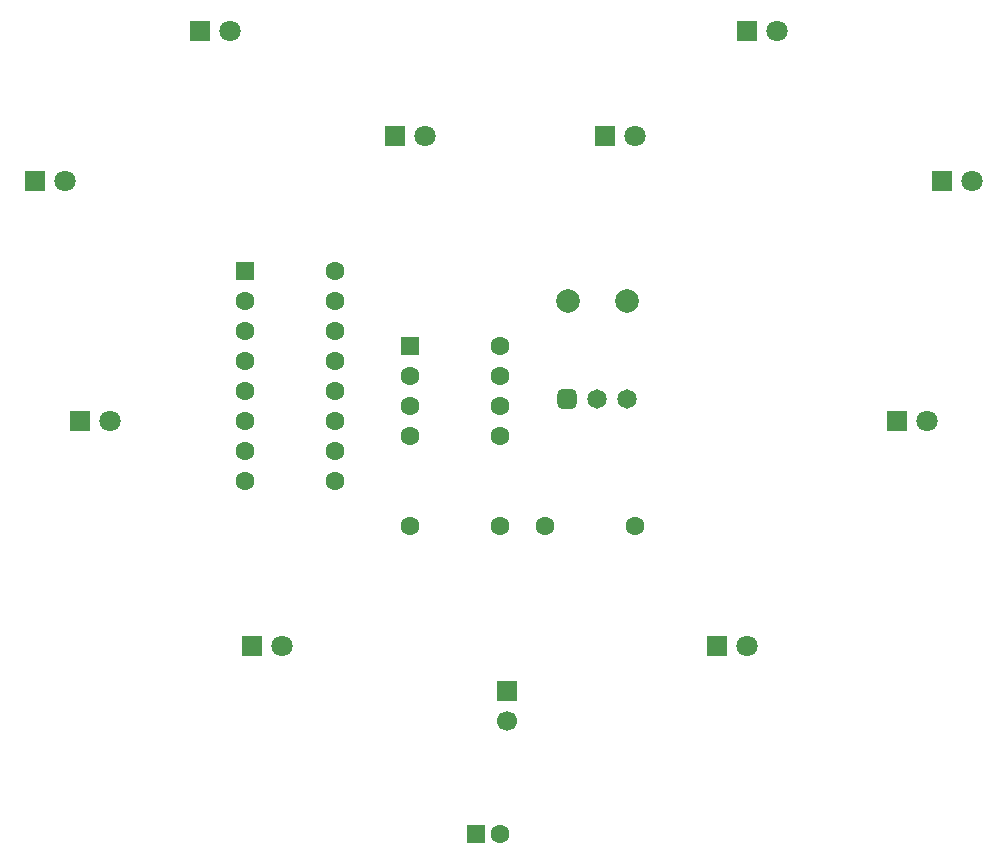
<source format=gbr>
%TF.GenerationSoftware,KiCad,Pcbnew,9.0.6*%
%TF.CreationDate,2026-02-17T17:24:44+05:30*%
%TF.ProjectId,blinky,626c696e-6b79-42e6-9b69-6361645f7063,rev?*%
%TF.SameCoordinates,Original*%
%TF.FileFunction,Soldermask,Bot*%
%TF.FilePolarity,Negative*%
%FSLAX46Y46*%
G04 Gerber Fmt 4.6, Leading zero omitted, Abs format (unit mm)*
G04 Created by KiCad (PCBNEW 9.0.6) date 2026-02-17 17:24:44*
%MOMM*%
%LPD*%
G01*
G04 APERTURE LIST*
G04 Aperture macros list*
%AMRoundRect*
0 Rectangle with rounded corners*
0 $1 Rounding radius*
0 $2 $3 $4 $5 $6 $7 $8 $9 X,Y pos of 4 corners*
0 Add a 4 corners polygon primitive as box body*
4,1,4,$2,$3,$4,$5,$6,$7,$8,$9,$2,$3,0*
0 Add four circle primitives for the rounded corners*
1,1,$1+$1,$2,$3*
1,1,$1+$1,$4,$5*
1,1,$1+$1,$6,$7*
1,1,$1+$1,$8,$9*
0 Add four rect primitives between the rounded corners*
20,1,$1+$1,$2,$3,$4,$5,0*
20,1,$1+$1,$4,$5,$6,$7,0*
20,1,$1+$1,$6,$7,$8,$9,0*
20,1,$1+$1,$8,$9,$2,$3,0*%
G04 Aperture macros list end*
%ADD10C,1.800000*%
%ADD11R,1.800000X1.800000*%
%ADD12C,1.650000*%
%ADD13RoundRect,0.412500X-0.412500X-0.412500X0.412500X-0.412500X0.412500X0.412500X-0.412500X0.412500X0*%
%ADD14C,1.600000*%
%ADD15C,2.000000*%
%ADD16RoundRect,0.250000X-0.550000X-0.550000X0.550000X-0.550000X0.550000X0.550000X-0.550000X0.550000X0*%
%ADD17C,1.700000*%
%ADD18R,1.700000X1.700000*%
G04 APERTURE END LIST*
D10*
%TO.C,D5*%
X133985000Y-124460000D03*
D11*
X131445000Y-124460000D03*
%TD*%
D10*
%TO.C,D9*%
X175895000Y-72390000D03*
D11*
X173355000Y-72390000D03*
%TD*%
D12*
%TO.C,RV1*%
X163195000Y-103505000D03*
X160655000Y-103505000D03*
D13*
X158115000Y-103505000D03*
%TD*%
D10*
%TO.C,D7*%
X188595000Y-105410000D03*
D11*
X186055000Y-105410000D03*
%TD*%
D10*
%TO.C,D8*%
X192405000Y-85090000D03*
D11*
X189865000Y-85090000D03*
%TD*%
D10*
%TO.C,D10*%
X163830000Y-81280000D03*
D11*
X161290000Y-81280000D03*
%TD*%
D14*
%TO.C,R1*%
X152400000Y-114300000D03*
X144780000Y-114300000D03*
%TD*%
D10*
%TO.C,D1*%
X146050000Y-81280000D03*
D11*
X143510000Y-81280000D03*
%TD*%
D10*
%TO.C,D3*%
X115570000Y-85090000D03*
D11*
X113030000Y-85090000D03*
%TD*%
D10*
%TO.C,D2*%
X129540000Y-72390000D03*
D11*
X127000000Y-72390000D03*
%TD*%
D15*
%TO.C,C2*%
X163155000Y-95250000D03*
X158155000Y-95250000D03*
%TD*%
D14*
%TO.C,C1*%
X152400000Y-140335000D03*
D16*
X150400000Y-140335000D03*
%TD*%
D14*
%TO.C,R2*%
X163830000Y-114300000D03*
X156210000Y-114300000D03*
%TD*%
D10*
%TO.C,D4*%
X119380000Y-105410000D03*
D11*
X116840000Y-105410000D03*
%TD*%
D14*
%TO.C,U1*%
X152400000Y-99060000D03*
X152400000Y-101600000D03*
X152400000Y-104140000D03*
X152400000Y-106680000D03*
X144780000Y-106680000D03*
X144780000Y-104140000D03*
X144780000Y-101600000D03*
D16*
X144780000Y-99060000D03*
%TD*%
D10*
%TO.C,D6*%
X173355000Y-124460000D03*
D11*
X170815000Y-124460000D03*
%TD*%
D17*
%TO.C,J1*%
X153035000Y-130805000D03*
D18*
X153035000Y-128265000D03*
%TD*%
D16*
%TO.C,U2*%
X130815000Y-92710000D03*
D14*
X130815000Y-95250000D03*
X130815000Y-97790000D03*
X130815000Y-100330000D03*
X130815000Y-102870000D03*
X130815000Y-105410000D03*
X130815000Y-107950000D03*
X130815000Y-110490000D03*
X138435000Y-110490000D03*
X138435000Y-107950000D03*
X138435000Y-105410000D03*
X138435000Y-102870000D03*
X138435000Y-100330000D03*
X138435000Y-97790000D03*
X138435000Y-95250000D03*
X138435000Y-92710000D03*
%TD*%
M02*

</source>
